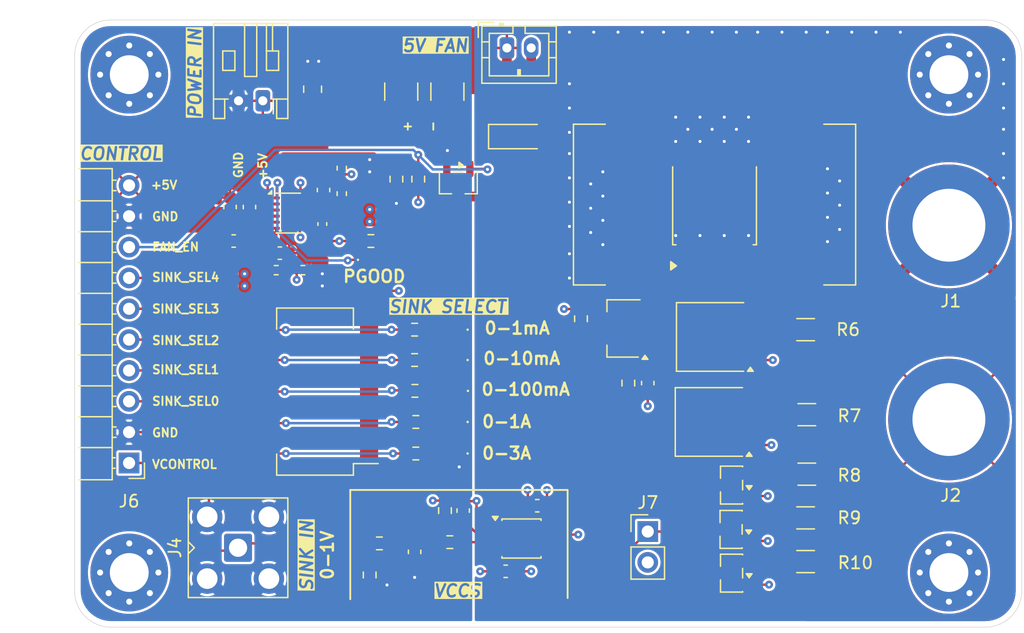
<source format=kicad_pcb>
(kicad_pcb (version 20241229) (generator "pcbnew") (generator_version "9.0")
  (layers (0 "F.Cu" signal) (4 "In1.Cu" signal) (6 "In2.Cu" signal) (2 "B.Cu" signal) (13 "F.Paste" user) (15 "B.Paste" user) (5 "F.SilkS" user "F.Silkscreen") (7 "B.SilkS" user "B.Silkscreen") (1 "F.Mask" user) (3 "B.Mask" user) (25 "Edge.Cuts" user))
  (net 0 "")
  (net 1 "Net-(C1-Pad1)")
  (net 2 "Net-(U1A--)")
  (net 3 "GND")
  (net 4 "Net-(C3-Pad2)")
  (net 5 "+2V5")
  (net 6 "-2V5")
  (net 7 "Net-(U3-C+)")
  (net 8 "Net-(U3-C-)")
  (net 9 "Net-(U3-CP)")
  (net 10 "/sink/SINK_IN")
  (net 11 "Net-(LD1-A)")
  (net 12 "Net-(LD2-A)")
  (net 13 "Net-(LD3-A)")
  (net 14 "Net-(LD4-A)")
  (net 15 "Net-(LD5-A)")
  (net 16 "Net-(Q1-B)")
  (net 17 "Net-(Q3-S-Pad2)")
  (net 18 "/SINK_SELECT0")
  (net 19 "Net-(Q4-S-Pad2)")
  (net 20 "/SINK_SELECT1")
  (net 21 "/SINK_SELECT2")
  (net 22 "Net-(Q5-S)")
  (net 23 "Net-(Q6-S)")
  (net 24 "/SINK_SELECT3")
  (net 25 "/SINK_SELECT4")
  (net 26 "Net-(Q7-S)")
  (net 27 "+5V")
  (net 28 "Net-(U1A-+)")
  (net 29 "/VCONTROL")
  (net 30 "/power/PGOOD")
  (net 31 "Net-(U3-FB-)")
  (net 32 "Net-(U3-FB+)")
  (net 33 "Net-(U1B--)")
  (net 34 "Net-(D1-A)")
  (net 39 "/FAN_EN")
  (net 40 "Net-(Q2-B)")
  (net 41 "Net-(Q2-C)")
  (net 42 "Net-(LD6-A)")
  (net 43 "/sink/ISENSE")
  (footprint "Capacitor_SMD:C_0603_1608Metric" (layer "F.Cu") (at 85.8 69.4 -90)
    (property "Reference" "C13" (hide yes))
    (property "Value" "2u2")
  )
  (footprint "Resistor_SMD:R_0603_1608Metric" (layer "F.Cu") (at 101.1 87.1)
    (property "Reference" "R12" (hide yes))
    (property "Value" "10K")
  )
  (footprint "Package_TO_SOT_SMD:SOT-23-3" (layer "F.Cu") (at 127.1 99.550001 180)
    (property "Reference" "Q7" (hide yes))
    (property "Value" "Si2318CDS")
  )
  (footprint "MountingHole:MountingHole_3.2mm_M3_Pad_Via" (layer "F.Cu") (at 145 58.5)
    (property "Reference" "H2" (hide yes))
    (property "Value" "M3")
  )
  (footprint "Package_TO_SOT_SMD:TO-252-2" (layer "F.Cu") (at 125.7 69.2 90)
    (property "Reference" "Q1" (hide yes))
    (property "Value" "2SCR583D3")
  )
  (footprint "Capacitor_SMD:C_0805_2012Metric" (layer "F.Cu") (at 92.6 59.7 90)
    (property "Reference" "C12" (hide yes))
    (property "Value" "10u")
  )
  (footprint "LED_SMD:LED_0402_1005Metric_Pad0.77x0.64mm_HandSolder" (layer "F.Cu") (at 104.1 79.500001 180)
    (property "Reference" "LD5" (hide yes))
    (property "Value" "APHHS1005LSECK/J3-PF")
  )
  (footprint "Capacitor_SMD:C_0603_1608Metric" (layer "F.Cu") (at 89.9 73.2 180)
    (property "Reference" "C7" (hide yes))
    (property "Value" "2u2")
  )
  (footprint "MountingHole:MountingHole_3.2mm_M3_Pad_Via" (layer "F.Cu") (at 77.5 58.5)
    (property "Reference" "H1" (hide yes))
    (property "Value" "M3")
  )
  (footprint "Resistor_SMD:R_1206_3216Metric" (layer "F.Cu") (at 133.2 95)
    (property "Reference" "R9")
    (property "Value" "100R")
  )
  (footprint "Resistor_SMD:R_0603_1608Metric" (layer "F.Cu") (at 101.3 67.1 90)
    (property "Reference" "R22" (hide yes))
    (property "Value" "10K")
  )
  (footprint "Capacitor_SMD:C_0603_1608Metric" (layer "F.Cu") (at 108.5 99.4)
    (property "Reference" "C5" (hide yes))
    (property "Value" "100n")
  )
  (footprint "LED_SMD:LED_0402_1005Metric_Pad0.77x0.64mm_HandSolder" (layer "F.Cu") (at 104.1 89.699999 180)
    (property "Reference" "LD1" (hide yes))
    (property "Value" "APHHS1005LSECK/J3-PF")
  )
  (footprint "LED_SMD:LED_0402_1005Metric_Pad0.77x0.64mm_HandSolder" (layer "F.Cu") (at 104.099999 82 180)
    (property "Reference" "LD4" (hide yes))
    (property "Value" "APHHS1005LSECK/J3-PF")
  )
  (footprint "MountingHole:MountingHole_3.2mm_M3_Pad_Via" (layer "F.Cu") (at 77.5 99.5)
    (property "Reference" "H3" (hide yes))
    (property "Value" "M3")
  )
  (footprint "vickys_footprints:A6S-5104-H" (layer "F.Cu") (at 92.8 84.6 180)
    (property "Reference" "SW1" (hide yes))
    (property "Value" "A6S-5104-H")
  )
  (footprint "Resistor_SMD:R_0603_1608Metric" (layer "F.Cu") (at 98.1 97.1)
    (property "Reference" "R5" (hide yes))
    (property "Value" "1K0")
  )
  (footprint "Resistor_SMD:R_0603_1608Metric" (layer "F.Cu") (at 101 79.5)
    (property "Reference" "R15" (hide yes))
    (property "Value" "10K")
  )
  (footprint "Resistor_SMD:R_0603_1608Metric" (layer "F.Cu") (at 99.5 67.1 -90)
    (property "Reference" "R23" (hide yes))
    (property "Value" "10K")
  )
  (footprint "Package_SON:WSON-12-1EP_3x2mm_P0.5mm_EP1x2.65" (layer "F.Cu") (at 90.6 69.9)
    (property "Reference" "U3" (hide yes))
    (property "Value" "LM27762")
  )
  (footprint "Package_SO:PowerPAK_SO-8L_Single" (layer "F.Cu") (at 125.8 87.1 180)
    (property "Reference" "Q4" (hide yes))
    (property "Value" "SIRA26DP")
  )
  (footprint "Resistor_SMD:R_0603_1608Metric" (layer "F.Cu") (at 114.7 78.6 90)
    (property "Reference" "R2" (hide yes))
    (property "Value" "10R")
  )
  (footprint "Connector_JST:JST_PH_B2B-PH-K_1x02_P2.00mm_Vertical" (layer "F.Cu") (at 108.599999 56.3)
    (property "Reference" "J3" (hide yes))
    (property "Value" "B2B-PH-K")
  )
  (footprint "Resistor_SMD:R_0402_1005Metric" (layer "F.Cu") (at 89.599999 74.6 180)
    (property "Reference" "R20" (hide yes))
    (property "Value" "91K")
  )
  (footprint "Resistor_SMD:R_0402_1005Metric" (layer "F.Cu") (at 94.999999 68.3 90)
    (property "Reference" "R17" (hide yes))
    (property "Value" "91K")
  )
  (footprint "Capacitor_SMD:C_0603_1608Metric" (layer "F.Cu") (at 93.5 68 90)
    (property "Reference" "C6" (hide yes))
    (property "Value" "2u2")
  )
  (footprint "vickys_footprints:575-4" (layer "F.Cu") (at 145 70.9)
    (property "Reference" "J1")
    (property "Value" "575-4")
  )
  (footprint "Resistor_SMD:R_0402_1005Metric" (layer "F.Cu") (at 91.799999 74.6 180)
    (property "Reference" "R19" (hide yes))
    (property "Value" "82K")
  )
  (footprint "LED_SMD:LED_0402_1005Metric_Pad0.77x0.64mm_HandSolder" (layer "F.Cu") (at 104.1 87.1 180)
    (property "Reference" "LD2" (hide yes))
    (property "Value" "APHHS1005LSECK/J3-PF")
  )
  (footprint "Capacitor_SMD:C_0402_1005Metric" (layer "F.Cu") (at 93.4 70.8 -90)
    (property "Reference" "C8" (hide yes))
    (property "Value" "1u")
  )
  (footprint "Package_SO:PowerPAK_SO-8L_Single" (layer "F.Cu") (at 125.9 80.1 180)
    (property "Reference" "Q3" (hide yes))
    (property "Value" "SIRA26DP")
  )
  (footprint "Resistor_SMD:R_0603_1608Metric" (layer "F.Cu") (at 97.3 99.7 90)
    (property "Reference" "R21" (hide yes))
    (property "Value" "10k")
  )
  (footprint "LED_SMD:LED_0402_1005Metric_Pad0.77x0.64mm_HandSolder" (layer "F.Cu") (at 104.125 84.54 180)
    (property "Reference" "LD3" (hide yes))
    (property "Value" "APHHS1005LSECK/J3-PF")
  )
  (footprint "Resistor_SMD:R_1206_3216Metric" (layer "F.Cu") (at 133.2 98.6)
    (property "Reference" "R10")
    (property "Value" "1K0")
  )
  (footprint "Resistor_SMD:R_1206_3216Metric" (layer "F.Cu") (at 133.2 79.499999)
    (property "Reference" "R6")
    (property "Value" "0R33")
  )
  (footprint "Capacitor_SMD:C_0603_1608Metric" (layer "F.Cu") (at 86.1 72.2)
    (property "Reference" "C9" (hide yes))
    (property "Value" "10u")
  )
  (footprint "Capacitor_SMD:C_0603_1608Metric" (layer "F.Cu") (at 87.4 69.4 -90)
    (property "Reference" "C14" (hide yes))
    (property "Value" "2u2")
  )
  (footprint "Connector_JST:JST_PH_S2B-PH-K_1x02_P2.00mm_Horizontal" (layer "F.Cu") (at 88.5 60.65 180)
    (property "Reference" "J5" (hide yes))
    (property "Value" "Conn_01x02_Socket")
  )
  (footprint "Connector_PinHeader_2.54mm:PinHeader_1x10_P2.54mm_Horizontal" (layer "F.Cu") (at 77.485 90.48 180)
    (property "Reference" "J6")
    (property "Value" "Conn_01x10_Pin")
  )
  (footprint "vickys_footprints:3-1478978-1" (layer "F.Cu") (at 86.46 97.46)
    (property "Reference" "J4")
    (property "Value" "3-1478978-1")
  )
  (footprint "Connector_PinHeader_2.54mm:PinHeader_1x02_P2.54mm_Vertical" (layer "F.Cu") (at 120.2 96.125)
    (property "Reference" "J7")
    (property "Value" "Conn_01x02_Pin")
  )
  (footprint "Resistor_SMD:R_0603_1608Metric" (layer "F.Cu") (at 103.5 94.4 90)
    (property "Reference" "R3" (hide yes))
    (property "Value" "1K0")
  )
  (footprint "Package_TO_SOT_SMD:SOT-23-3" (layer "F.Cu") (at 104.6 67.4 -90)
    (property "Reference" "Q8" (hide yes))
    (property "Value" "Si2318CDS")
  )
  (footprint "Resistor_SMD:R_1206_3216Metric" (layer "F.Cu") (at 133.3 86.5)
    (property "Reference" "R7")
    (property "Value" "1R0")
  )
  (footprint "Resistor_SMD:R_0402_1005Metric" (layer "F.Cu") (at 95 66.2 90)
    (property "Reference" "R18" (hide yes))
    (property "Value" "82K")
  )
  (footprint "Package_SO:VSSOP-8_3x3mm_P0.65mm" (layer "F.Cu") (at 109.8 96.7)
    (property "Reference" "U1" (hide yes))
    (property "Value" "TLV9002IDGK")
  )
  (footprint "MountingHole:MountingHole_3.2mm_M3_Pad_Via" (layer "F.Cu") (at 145 99.5)
    (property "Reference" "H4" (hide yes))
    (property "Value" "M3")
  )
  (footprint "Resistor_SMD:R_0603_1608Metric" (layer "F.Cu") (at 103.9 97)
    (property "Reference" "R4" (hide yes))
    (property "Value" "1K0")
  )
  (footprint "Diode_SMD:D_SOD-123" (layer "F.Cu") (at 109.45 63.6)
    (property "Reference" "D1" (hide yes))
    (property "Value" "MBR0530")
  )
  (footprint "Capacitor_SMD:C_0603_1608Metric" (layer "F.Cu") (at 101 97.8 90)
    (property "Reference" "C3" (hide yes))
    (property "Value" "2n2")
  )
  (footprint "Resistor_SMD:R_1206_3216Metric" (layer "F.Cu") (at 133.3 91.4)
    (property "Reference" "R8")
    (property "Value" "10R")
  )
  (footprint "Resistor_SMD:R_0603_1608Metric" (layer "F.Cu") (at 101 82)
    (property "Reference" "R14" (hide yes))
    (property "Value" "10K")
  )
  (footprint "LED_SMD:LED_0402_1005Metric_Pad0.77x0.64mm_HandSolder" (layer "F.Cu") (at 97.6 73.75)
    (property "Reference" "LD6" (hide yes))
    (property "Value" "APHHS1005LSECK/J3-PF")
  )
  (footprint "Capacitor_SMD:C_0603_1608Metric" (layer "F.Cu") (at 120.2 83.9 90)
    (property "Reference" "C1" (hide yes))
    (property "Value" "1n")
  )
  (footprint "Resistor_SMD:R_0603_1608Metric" (layer "F.Cu") (at 101.025 84.54)
    (property "Reference" "R13" (hide yes))
    (property "Value" "10K")
  )
  (footprint "Package_TO_SOT_SMD:SOT-89-3" (layer "F.Cu") (at 118.2 79.4 180)
    (property "Reference" "Q2" (hide yes))
    (property "Value" "2SCR512P5")
  )
  (footprint "Resistor_SMD:R_0603_1608Metric" (layer "F.Cu") (at 101.1 89.7)
    (property "Reference" "R11" (hide yes))
    (property "Value" "10K")
  )
  (footprint "Capacitor_SMD:C_1210_3225Metric_Pad1.33x2.70mm_HandSolder" (layer "F.Cu") (at 103.7 59.9 -90)
    (property "Reference" "C11" (hide yes))
    (property "Value" "22u")
  )
  (footprint "Resistor_SMD:R_0603_1608Metric" (layer "F.Cu") (at 97.4 72.2)
    (property "Reference" "R16" (hide yes))
    (property "Value" "10K")
  )
  (footprint "Package_TO_SOT_SMD:SOT-23-3" (layer "F.Cu") (at 127.0625 95.950001 180)
    (property "Reference" "Q6" (hide yes))
    (property "Value" "Si2318CDS")
  )
  (footprint "vickys_footprints:575-4" (layer "F.Cu") (at 145 86.9)
    (property "Reference" "J2")
    (property "Value" "575-4")
  )
  (footprint "Resistor_SMD:R_0603_1608Metric" (layer "F.Cu") (at 118.6 83.9 90)
    (property "Reference" "R1" (hide yes))
    (property "Value" "100R")
  )
  (footprint "Capacitor_SMD:C_1210_3225Metric_Pad1.33x2.70mm_HandSolder" (layer "F.Cu") (at 99.9 59.9 -90)
    (property "Reference" "C10" (hide yes))
    (property "Value" "22u")
  )
  (footprint "Capacitor_SMD:C_0603_1608Metric" (layer "F.Cu") (at 111.1 94)
    (property "Reference" "C4" (hide yes))
    (property "Value" "100n")
  )
  (footprint "Capacitor_SMD:C_0603_1608Metric" (layer "F.Cu") (at 105 94.4 90)
    (property "Reference" "C2" (hide yes))
    (property "Value" "2n2")
  )
  (footprint "vickys_footprints:FK 244 13 D2 PAK" (layer "F.Cu") (at 125.7 69.2)
    (property "Reference" "HS1" (hide yes))
    (property "Value" "FK 244 13 D2 PAK")
  )
  (footprint "Package_TO_SOT_SMD:SOT-23-3" (layer "F.Cu") (at 127.1 92.3 180)
    (property "Reference" "Q5" (hide yes))
    (property "Value" "Si2318CDS")
  )
  (gr_line (start 113.6 101.6) (end 113.6 92.7) (stroke (width 0.15)) (layer "F.SilkS"))
  (gr_line (start 95.7 101.7) (end 95.7 92.7) (stroke (width 0.15)) (layer "F.SilkS"))
  (gr_line (start 95.7 92.7) (end 113.6 92.7) (stroke (width 0.15)) (layer "F.SilkS"))
  (gr_line (start 73 101) (end 73 56.95) (stroke (width 0.05)) (layer "Edge.Cuts"))
  (gr_arc (start 76 104) (mid 73.87868 103.12132) (end 73 101) (stroke (width 0.05)) (layer "Edge.Cuts"))
  (gr_line (start 75.95 54) (end 148 54) (stroke (width 0.05)) (layer "Edge.Cuts"))
  (gr_line (start 151 57) (end 151 101) (stroke (width 0.05)) (layer "Edge.Cuts"))
  (gr_arc (start 151 101) (mid 150.12132 103.12132) (end 148 104) (stroke (width 0.05)) (layer "Edge.Cuts"))
  (gr_arc (start 73 56.95) (mid 73.864036 54.864035) (end 75.950001 54) (stroke (width 0.05)) (layer "Edge.Cuts"))
  (gr_line (start 148 104) (end 76 104) (stroke (width 0.05)) (layer "Edge.Cuts"))
  (gr_arc (start 148 54) (mid 150.12132 54.87868) (end 151 57) (stroke (width 0.05)) (layer "Edge.Cuts"))
  (gr_text "SINK_SEL3" (at 79.3 78.2 0) (layer "F.SilkS") (effects (font (size 0.7 0.7)) (justify left bottom)))
  (gr_text "CONTROL" (at 73.3 65.6 0) (layer "F.SilkS" knockout) (effects (font (size 1 1) (thickness 0.2) (bold yes) (italic yes)) (justify left bottom)))
  (gr_text "VCCS" (at 102.5 101.6 0) (layer "F.SilkS" knockout) (effects (font (size 1 1) (thickness 0.2) (bold yes) (italic yes)) (justify left bottom)))
  (gr_text "GND" (at 86.9 67.1 90) (layer "F.SilkS") (effects (font (size 0.7 0.7) (thickness 0.15) (bold yes)) (justify left bottom)))
  (gr_text "0-1A" (at 106.45 87.66 0) (layer "F.SilkS") (effects (font (size 1 1) (thickness 0.2) (bold yes)) (justify left bottom)))
  (gr_text "+5V" (at 88.9 67.2 90) (layer "F.SilkS") (effects (font (size 0.7 0.7) (thickness 0.15) (bold yes)) (justify left bottom)))
  (gr_text "5V FAN" (at 99.9 56.7 0) (layer "F.SilkS" knockout) (effects (font (size 1 1) (thickness 0.2) (bold yes) (italic yes)) (justify left bottom)))
  (gr_text "FAN_EN" (at 79.3 73.1 0) (layer "F.SilkS") (effects (font (size 0.7 0.7) (thickness 0.15) (bold yes)) (justify left bottom)))
  (gr_text "0-10mA" (at 106.549999 82.46 0) (layer "F.SilkS") (effects (font (size 1 1) (thickness 0.2) (bold yes)) (justify left bottom)))
  (gr_text "SINK_SEL0" (at 79.3 85.8 0) (layer "F.SilkS") (effects (font (size 0.7 0.7)) (justify left bottom)))
  (gr_text "POWER IN" (at 83.5 62.2 90) (layer "F.SilkS" knockout) (effects (font (size 1 1) (thickness 0.2) (bold yes) (italic yes)) (justify left bottom)))
  (gr_text "+" (at 100.8 63.3 90) (layer "F.SilkS") (effects (font (size 0.7 0.7) (thickness 0.15) (bold yes)) (justify left bottom)))
  (gr_text "SINK_SEL4" (at 79.3 75.6 0) (layer "F.SilkS") (effects (font (size 0.7 0.7)) (justify left bottom)))
  (gr_text "0-1V" (at 94.4 100.2 90) (layer "F.SilkS") (effects (font (size 1 1) (thickness 0.2) (bold yes)) (justify left bottom)))
  (gr_text "-" (at 102.9 63.3 90) (layer "F.SilkS") (effects (font (size 0.7 0.7) (thickness 0.15) (bold yes)) (justify left bottom)))
  (gr_text "GND" (at 79.3 88.4 0) (layer "F.SilkS") (effects (font (size 0.7 0.7) (thickness 0.15) (bold yes)) (justify left bottom)))
  (gr_text "GND" (at 79.3 70.6 0) (layer "F.SilkS") (effects (font (size 0.7 0.7) (thickness 0.15) (bold yes)) (justify left bottom)))
  (gr_text "SINK IN" (at 92.7 101.1 90) (layer "F.SilkS" knockout) (effects (font (size 1 1) (thickness 0.2) (bold yes) (italic yes)) (justify left bottom)))
  (gr_text "SINK_SEL2" (at 79.3 80.8 0) (layer "F.SilkS") (effects (font (size 0.7 0.7)) (justify left bottom)))
  (gr_text "0-1mA" (at 106.65 79.960001 0) (layer "F.SilkS") (effects (font (size 1 1) (thickness 0.2) (bold yes)) (justify left bottom)))
  (gr_text "PGOOD" (at 95 75.7 0) (layer "F.SilkS") (effects (font (size 1 1) (thickness 0.2) (bold yes)) (justify left bottom)))
  (gr_text "SINK SELECT" (at 98.8 78.2 0) (layer "F.SilkS" knockout) (effects (font (size 1 1) (thickness 0.2) (bold yes) (italic yes)) (justify left bottom)))
  (gr_text "VCONTROL" (at 79.3 91 0) (layer "F.SilkS") (effects (font (size 0.7 0.7) (thickness 0.15) (bold yes)) (justify left bottom)))
  (gr_text "0-3A" (at 106.45 90.26 0) (layer "F.SilkS") (effects (font (size 1 1) (thickness 0.2) (bold yes)) (justify left bottom)))
  (gr_text "SINK_SEL1" (at 79.3 83.2 0) (layer "F.SilkS") (effects (font (size 0.7 0.7)) (justify left bottom)))
  (gr_text "0-100mA" (at 106.4 85 0) (layer "F.SilkS") (effects (font (size 1 1) (thickness 0.2) (bold yes)) (justify left bottom)))
  (gr_text "+5V" (at 79.2 68 0) (layer "F.SilkS") (effects (font (size 0.7 0.7) (thickness 0.15) (bold yes)) (justify left bottom)))
  (segment (start 118.65 84.675) (end 118.6 84.725) (width 0.2) (layer "F.Cu") (net 1))
  (segment (start 106.1 93.6) (end 106.1 95.3) (width 0.2) (layer "F.Cu") (net 1))
  (segment (start 120.2 84.675) (end 118.65 84.675) (width 0.2) (layer "F.Cu") (net 1))
  (segment (start 106.525 95.725) (end 107.6875 95.725) (width 0.2) (layer "F.Cu") (net 1))
  (segment (start 120.2 84.675) (end 120.2 85.8) (width 0.2) (layer "F.Cu") (net 1))
  (segment (start 106.075 93.625) (end 105 93.625) (width 0.2) (layer "F.Cu") (net 1))
  (segment (start 106.1 93.6) (end 106.075 93.625) (width 0.2) (layer "F.Cu") (net 1))
  (segment (start 106.1 95.3) (end 106.525 95.725) (width 0.2) (layer "F.Cu") (net 1))
  (via (at 106.1 93.6) (size 0.65) (drill 0.25) (layers "F.Cu" "B.Cu") (net 1))
  (via (at 120.2 85.8) (size 0.65) (drill 0.25) (layers "F.Cu" "B.Cu") (net 1))
  (segment (start 105 95.175) (end 103.55 95.175) (width 0.2) (layer "F.Cu") (net 2))
  (segment (start 105 95.175) (end 106.2 96.375) (width 0.2) (layer "F.Cu") (net 2))
  (segment (start 106.2 96.375) (end 107.6875 96.375) (width 0.2) (layer "F.Cu") (net 2))
  (segment (start 103.55 95.175) (end 103.5 95.225) (width 0.2) (layer "F.Cu") (net 2))
  (segment (start 90.126 68.026) (end 90.126 68.526) (width 0.15) (layer "F.Cu") (net 3))
  (segment (start 92.6 58.750001) (end 93.1 58.250001) (width 0.3) (layer "F.Cu") (net 3))
  (segment (start 84.06 91.86) (end 84.06 95.16) (width 0.2) (layer "F.Cu") (net 3))
  (segment (start 90.6 69) (end 90.6 69.8) (width 0.15) (layer "F.Cu") (net 3))
  (segment (start 91.074 71.074) (end 90.6 70.6) (width 0.15) (layer "F.Cu") (net 3))
  (segment (start 91.074 71.574) (end 91.074 71.074) (width 0.15) (layer "F.Cu") (net 3))
  (segment (start 103.7 64.750001) (end 103.650001 64.8) (width 0.5) (layer "F.Cu") (net 3))
  (segment (start 98.725 100.525) (end 98.8 100.6) (width 0.2) (layer "F.Cu") (net 3))
  (segment (start 97.3 100.525) (end 98.725 100.525) (width 0.2) (layer "F.Cu") (net 3))
  (segment (start 80.14 87.94) (end 84.06 91.86) (width 0.2) (layer "F.Cu") (net 3))
  (segment (start 90.6 70.6) (end 90.15 71.05) (width 0.15) (layer "F.Cu") (net 3))
  (segment (start 85.825 70.15) (end 85.8 70.175) (width 0.25) (layer "F.Cu") (net 3))
  (segment (start 110.325 94) (end 110.325 92.725) (width 0.2) (layer "F.Cu") (net 3))
  (segment (start 90.15 71.05) (end 90.15 71.65) (width 0.15) (layer "F.Cu") (net 3))
  (segment (start 89.65 70.15) (end 85.825 70.15) (width 0.25) (layer "F.Cu") (net 3))
  (segment (start 90.6 69.700001) (end 90.6 70.6) (width 0.15) (layer "F.Cu") (net 3))
  (segment (start 90.6 70.6) (end 90.6 69.8) (width 0.15) (layer "F.Cu") (net 3))
  (segment (start 91.05 68.55) (end 91.05 67.95) (width 0.15) (layer "F.Cu") (net 3))
  (segment (start 103.7 64.750001) (end 103.7 61.4625) (width 0.8) (layer "F.Cu") (net 3))
  (segment (start 104.672501 79.500001) (end 104.672501 90.8) (width 0.2) (layer "F.Cu") (net 3))
  (segment (start 103.650001 66.2625) (end 103.612501 66.3) (width 0.5) (layer "F.Cu") (net 3))
  (segment (start 92.2 58.350001) (end 92.6 58.750001) (width 0.3) (layer "F.Cu") (net 3))
  (segment (start 110.325 92.725) (end 110.3 92.7) (width 0.2) (layer "F.Cu") (net 3))
  (segment (start 104.672501 90.8) (end 104.672501 90.872501) (width 0.2) (layer "F.Cu") (net 3))
  (segment (start 101 98.475) (end 101 99.9) (width 0.2) (layer "F.Cu") (net 3))
  (segment (start 103.650001 64.8) (end 103.650001 66.2625) (width 0.5) (layer "F.Cu") (net 3))
  (segment (start 99.9 61.4625) (end 103.7 61.4625) (width 0.8) (layer "F.Cu") (net 3))
  (segment (start 90.6 69) (end 91.05 68.55) (width 0.15) (layer "F.Cu") (net 3))
  (segment (start 90.126 68.526) (end 90.6 69) (width 0.15) (layer "F.Cu") (net 3))
  (segment (start 90.6 69.9) (end 90.6 69) (width 0.15) (layer "F.Cu") (net 3))
  (segment (start 77.485 87.94) (end 80.14 87.94) (width 0.2) (layer "F.Cu") (net 3))
  (segment (start 99.5 67.925) (end 99.5 69.1) (width 0.2) (layer "F.Cu") (net 3))
  (segment (start 92.2 57.4) (end 92.2 58.350001) (width 0.3) (layer "F.Cu") (net 3))
  (segment (start 109.275 99.4) (end 110.6 99.4) (width 0.2) (layer "F.Cu") (net 3))
  (segment (start 93.1 58.250001) (end 93.1 57.4) (width 0.3) (layer "F.Cu") (net 3))
  (via (at 93.1 57.4) (size 0.65) (drill 0.25) (layers "F.Cu" "B.Cu") (net 3))
  (via (at 93.4 75.9) (size 0.65) (drill 0.25) (layers "F.Cu" "B.Cu") (net 3))
  (via (at 92.2 57.4) (size 0.65) (drill 0.25) (layers "F.Cu" "B.Cu") (net 3))
  (via (at 99.5 69.1) (size 0.65) (drill 0.25) (layers "F.Cu" "B.Cu") (net 3))
  (via (at 104.672501 90.8) (size 0.65) (drill 0.25) (layers "F.Cu" "B.Cu") (net 3))
  (via (at 103.7 64.750001) (size 0.65) (drill 0.25) (layers "F.Cu" "B.Cu") (net 3))
  (via (at 110.6 99.4) (size 0.65) (drill 0.25) (layers "F.Cu" "B.Cu") (net 3))
  (via (at 97.3 65.5) (size 0.65) (drill 0.25) (layers "F.Cu" "B.Cu") (net 3))
  (via (at 98.725 100.525) (size 0.65) (drill 0.25) (layers "F.Cu" "B.Cu") (net 3))
  (via (at 101 99.9) (size 0.65) (drill 0.25) (layers "F.Cu" "B.Cu") (net 3))
  (via (at 110.3 92.7) (size 0.65) (drill 0.25) (layers "F.Cu" "B.Cu") (net 3))
  (via (at 93.4 74.9) (size 0.65) (drill 0.25) (layers "F.Cu" "B.Cu") (net 3))
  (via (at 97.3 66.5) (size 0.65) (drill 0.25) (layers "F.Cu" "B.Cu") (net 3))
  (segment (start 101.2 97) (end 103.075 97) (width 0.2) (layer "F.Cu") (net 4))
  (segment (start 101.175 97.025) (end 101.2 97) (width 0.2) (layer "F.Cu") (net 4))
  (segment (start 101 97.025) (end 101.175 97.025) (width 0.2) (layer "F.Cu") (net 4))
  (segment (start 98.925 97.1) (end 100.925 97.1) (width 0.2) (layer "F.Cu") (net 4))
  (segment (start 100.925 97.1) (end 101 97.025) (width 0.2) (layer "F.Cu") (net 4))
  (segment (start 111.9 94.024999) (end 111.9 92.7) (width 0.2) (layer "F.Cu") (net 5))
  (segment (start 111.875 94) (end 111.875 95.6875) (width 0.2) (layer "F.Cu") (net 5))
  (segment (start 92.275 68.775) (end 93.5 68.775) (width 0.2) (layer "F.Cu") (net 5))
  (segment (start 91.9 69.15) (end 92.275 68.775) (width 0.2) (layer "F.Cu") (net 5))
  (segment (start 91.55 69.15) (end 91.9 69.15) (width 0.2) (layer "F.Cu") (net 5))
  (segment (start 111.875 95.6875) (end 111.9125 95.725) (width 0.2) (layer "F.Cu") (net 5))
  (via (at 97.3 69.6) (size 0.65) (drill 0.25) (layers "F.Cu" "B.Cu") (net 5))
  (via (at 97.3 70.6) (size 0.65) (drill 0.25) (layers "F.Cu" "B.Cu") (net 5))
  (via (at 111.9 92.7) (size 0.65) (drill 0.25) (layers "F.Cu" "B.Cu") (net 5))
  (segment (start 89.15 71.15) (end 89.1 71.2) (width 0.2) (layer "F.Cu") (net 6))
  (segment (start 89.6 71.2) (end 89.6 71.9) (width 0.2) (layer "F.Cu") (net 6))
  (segment (start 107.725 99.4) (end 107.725 97.7125) (width 0.2) (layer "F.Cu") (net 6))
  (segment (start 107.725 97.7125) (end 107.6875 97.675) (width 0.2) (layer "F.Cu") (net 6))
  (segment (start 107.724999 99.4) (end 106.4 99.4) (width 0.2) (layer "F.Cu") (net 6))
  (segment (start 89.65 71.15) (end 89.15 71.15) (width 0.2) (layer "F.Cu") (net 6))
  (segment (start 89.65 71.15) (end 89.6 71.2) (width 0.2) (layer "F.Cu") (net 6))
  (via (at 106.4 99.4) (size 0.65) (drill 0.25) (layers "F.Cu" "B.Cu") (net 6))
  (via (at 87 75.9) (size 0.65) (drill 0.25) (layers "F.Cu" "B.Cu") (net 6))
  (via (at 87 74.9) (size 0.65) (drill 0.25) (layers "F.Cu" "B.Cu") (net 6))
  (segment (start 92.72 70.32) (end 93.4 70.32) (width 0.2) (layer "F.Cu") (net 7))
  (segment (start 91.55 69.65) (end 92.05 69.65) (width 0.2) (layer "F.Cu") (net 7))
  (segment (start 92.05 69.65) (end 92.72 70.32) (width 0.2) (layer "F.Cu") (net 7))
  (segment (start 91.9171 70.15) (end 91.55 70.15) (width 0.2) (layer "F.Cu") (net 8))
  (segment (start 92.88355 71.11645) (end 93.23645 71.11645) (width 0.2) (layer "F.Cu") (net 8))
  (segment (start 93.23645 71.11645) (end 93.4 71.28) (width 0.2) (layer "F.Cu") (net 8))
  (segment (start 92.88355 71.11645) (end 91.9171 70.15) (width 0.2) (layer "F.Cu") (net 8))
  (segment (start 89.65 70.65) (end 89.05 70.65) (width 0.2) (layer "F.Cu") (net 9))
  (segment (start 89.05 70.65) (end 87.5 72.2) (width 0.2) (layer "F.Cu") (net 9))
  (segment (start 87.5 72.2) (end 86.875 72.2) (width 0.2) (layer "F.Cu") (net 9))
  (via (at 149.5 67) (size 0.65) (drill 0.25) (layers "F.Cu" "B.Cu") (net 10))
  (via (at 129.25 55) (size 0.65) (drill 0.25) (layers "F.Cu" "B.Cu") (net 10))
  (via (at 135 72.25) (size 0.65) (drill 0.25) (layers "F.Cu" "B.Cu") (net 10))
  (via (at 123.5 55) (size 0.65) (drill 0.25) (layers "F.Cu" "B.Cu") (net 10))
  (via (at 128.5 71.75) (size 0.65) (drill 0.25) (layers "F.Cu" "B.Cu") (net 10))
  (via (at 135 70.25) (size 0.65) (drill 0.25) (layers "F.Cu" "B.Cu") (net 10))
  (via (at 124.5 62) (size 0.65) (drill 0.25) (layers "F.Cu" "B.Cu") (net 10))
  (via (at 122.5 71.75) (size 0.65) (drill 0.25) (layers "F.Cu" "B.Cu") (net 10))
  (via (at 135 66.25) (size 0.65) (drill 0.25) (layers "F.Cu" "B.Cu") (net 10))
  (via (at 123.5 63) (size 0.65) (drill 0.25) (layers "F.Cu" "B.Cu") (net 10))
  (via (at 128.5 64) (size 0.65) (drill 0.25) (layers "F.Cu" "B.Cu") (net 10))
  (via (at 135 55) (size 0.65) (drill 0.25) (layers "F.Cu" "B.Cu") (net 10))
  (via (at 127.5 55) (size 0.65) (drill 0.25) (layers "F.Cu" "B.Cu") (net 10))
  (via (at 122.5 64) (size 0.65) (drill 0.25) (layers "F.Cu" "B.Cu") (net 10))
  (via (at 126.5 62) (size 0.65) (drill 0.25) (layers "F.Cu" "B.Cu") (net 10))
  (via (at 116.5 72.5) (size 0.65) (drill 0.25) (layers "F.Cu" "B.Cu") (net 10))
  (via (at 136 71.25) (size 0.65) (drill 0.25) (layers "F.Cu" "B.Cu") (net 10))
  (via (at 136 67.25) (size 0.65) (drill 0.25) (layers "F.Cu" "B.Cu") (net 10))
  (via (at 113.75 61.250001) (size 0.65) (drill 0.25) (layers "F.Cu" "B.Cu") (net 10))
  (via (at 124.5 71.75) (size 0.65) (drill 0.25) (layers "F.Cu" "B.Cu") (net 10))
  (via (at 133.25 55) (size 0.65) (drill 0.25) (layers "F.Cu" "B.Cu") (net 10))
  (via (at 149.5 57.25) (size 0.65) (drill 0.25) (layers "F.Cu" "B.Cu") (net 10))
  (via (at 115.5 69.5) (size 0.65) (drill 0.25) (layers "F.Cu" "B.Cu") (net 10))
  (via (at 125.5 63) (size 0.65) (drill 0.25) (layers "F.Cu" "B.Cu") (net 10))
  (via (at 113.75 65) (size 0.65) (drill 0.25) (layers "F.Cu" "B.Cu") (net 10))
  (via (at 117.75 55) (size 0.65) (drill 0.25) (layers "F.Cu" "B.Cu") (net 10))
  (via (at 121.5 55) (size 0.65) (drill 0.25) (layers "F.Cu" "B.Cu") (net 10))
  (via (at 139 55) (size 0.65) (drill 0.25) (layers "F.Cu" "B.Cu") (net 10))
  (via (at 141 55) (size 0.65) (drill 0.25) (layers "F.Cu" "B.Cu") (net 10))
  (via (at 115.5 67.5) (size 0.65) (drill 0.25) (layers "F.Cu" "B.Cu") (net 10))
  (via (at 126.5 64) (size 0.65) (drill 0.25) (layers "F.Cu" "B.Cu") (net 10))
  (via (at 113.75 59.25) (size 0.65) (drill 0.25) (layers "F.Cu" "B.Cu") (net 10))
  (via (at 124.5 64) (size 0.65) (drill 0.25) (layers "F.Cu" "B.Cu") (net 10))
  (via (at 149.5 61.25) (size 0.65) (drill 0.25) (layers "F.Cu" "B.Cu") (net 10))
  (via (at 116.5 66.5) (size 0.65) (drill 0.25) (layers "F.Cu" "B.Cu") (net 10))
  (via (at 115.75 55) (size 0.65) (drill 0.25) (layers "F.Cu" "B.Cu") (net 10))
  (via (at 113.75 75.25) (size 0.65) (drill 0.25) (layers "F.Cu" "B.Cu") (net 10))
  (via (at 149.5 63) (size 0.65) (drill 0.25) (layers "F.Cu" "B.Cu") (net 10))
  (via (at 113.75 71) (size 0.65) (drill 0.25) (layers "F.Cu" "B.Cu") (net 10))
  (via (at 149.5 64.999999) (size 0.65) (drill 0.25) (layers "F.Cu" "B.Cu") (net 10))
  (via (at 113.75 73.250001) (size 0.65) (drill 0.25) (layers "F.Cu" "B.Cu") (net 10))
  (via (at 119.75 55) (size 0.65) (drill 0.25) (layers "F.Cu" "B.Cu") (net 10))
  (via (at 136 69.25) (size 0.65) (drill 0.25) (layers "F.Cu" "B.Cu") (net 10))
  (via (at 113.75 69) (size 0.65) (drill 0.25) (layers "F.Cu" "B.Cu") (net 10))
  (via (at 113.75 63.25) (size 0.65) (drill 0.25) (layers "F.Cu" "B.Cu") (net 10))
  (via (at 135 68.250001) (size 0.65) (drill 0.25) (layers "F.Cu" "B.Cu") (net 10))
  (via (at 115.5 71.5) (size 0.65) (drill 0.25) (layers "F.Cu" "B.Cu") (net 10))
  (via (at 131.25 55) (size 0.65) (drill 0.25) (layers "F.Cu" "B.Cu") (net 10))
  (via (at 122.5 62) (size 0.65) (drill 0.25) (layers "F.Cu" "B.Cu") (net 10))
  (via (at 128.5 62) (size 0.65) (drill 0.25) (layers "F.Cu" "B.Cu") (net 10))
  (via (at 116.5 68.5) (size 0.65) (drill 0.25) (layers "F.Cu" "B.Cu") (net 10))
  (via (at 126.5 71.75) (size 0.65) (drill 0.25) (layers "F.Cu" "B.Cu") (net 10))
  (via (at 127.5 63) (size 0.65) (drill 0.25) (layers "F.Cu" "B.Cu") (net 10))
  (via (at 113.75 55) (size 0.65) (drill 0.25) (layers "F.Cu" "B.Cu") (net 10))
  (via (at 125.5 55) (size 0.65) (drill 0.25) (layers "F.Cu" "B.Cu") (net 10))
  (via (at 137 55) (size 0.65) (drill 0.25) (layers "F.Cu" "B.Cu") (net 10))
  (via (at 113.75 67.000001) (size 0.65) (drill 0.25) (layers "F.Cu" "B.Cu") (net 10))
  (via (at 116.5 70.499999) (size 0.65) (drill 0.25) (layers "F.Cu" "B.Cu") (net 10))
  (via (at 149.5 59.249999) (size 0.65) (drill 0.25) (layers "F.Cu" "B.Cu") (net 10))
  (segment (start 101.925 89.7) (end 103.527499 89.699999) (width 0.2) (layer "F.Cu") (net 11))
  (segment (start 101.925 87.1) (end 103.527499 87.1) (width 0.2) (layer "F.Cu") (net 12))
  (segment (start 101.85 84.54) (end 103.552499 84.54) (width 0.2) (layer "F.Cu") (net 13))
  (segment (start 101.825 82) (end 103.527498 82) (width 0.2) (layer "F.Cu") (net 14))
  (segment (start 101.825 79.5) (end 103.527499 79.500001) (width 0.2) (layer "F.Cu") (net 15))
  (segment (start 122.56 74.24) (end 122 74.8) (width 0.5) (layer "F.Cu") (net 16))
  (segment (start 121.3 77.9) (end 120.15 77.9) (width 0.5) (layer "F.Cu") (net 16))
  (segment (start 122 77.2) (end 121.3 77.9) (width 0.5) (layer "F.Cu") (net 16))
  (segment (start 122 74.8) (end 122 77.2) (width 0.5) (layer "F.Cu") (net 16))
  (segment (start 123.42 74.24) (end 122.56 74.24) (width 0.5) (layer "F.Cu") (net 16))
  (segment (start 85.18 89.68) (end 88.35 89.68) (width 0.2) (layer "F.Cu") (net 18))
  (segment (start 80.900001 85.400001) (end 85.18 89.68) (width 0.2) (layer "F.Cu") (net 18))
  (segment (start 77.485 85.400001) (end 80.900001 85.400001) (width 0.2) (layer "F.Cu") (net 18))
  (segment (start 128.614999 82.005) (end 130.5 82.005) (width 0.2) (layer "F.Cu") (net 18))
  (segment (start 88.37 89.7) (end 90.4 89.7) (width 0.2) (layer "F.Cu") (net 18))
  (segment (start 100.3 89.7) (end 99.225 89.7) (width 0.2) (layer "F.Cu") (net 18))
  (via (at 90.4 89.7) (size 0.65) (drill 0.25) (layers "F.Cu" "B.Cu") (net 18))
  (via (at 99.225 89.7) (size 0.65) (drill 0.25) (layers "F.Cu" "B.Cu") (net 18))
  (via (at 130.5 82.005) (size 0.65) (drill 0.25) (layers "F.Cu" "B.Cu") (net 18))
  (segment (start 90.4 89.7) (end 99.225 89.7) (width 0.2) (layer "B.Cu") (net 18))
  (segment (start 81.06 82.86) (end 85.34 87.14) (width 0.2) (layer "F.Cu") (net 20))
  (segment (start 77.485 82.86) (end 81.06 82.86) (width 0.2) (layer "F.Cu") (net 20))
  (segment (start 128.5 89) (end 130.385001 89) (width 0.2) (layer "F.Cu") (net 20))
  (segment (start 100.2 87.1) (end 100.3 87.2) (width 0.2) (layer "F.Cu") (net 20))
  (segment (start 85.34 87.14) (end 88.35 87.14) (width 0.2) (layer "F.Cu") (net 20))
  (segment (start 99.1 87.1) (end 100.2 87.1) (width 0.2) (layer "F.Cu") (net 20))
  (segment (start 88.37 87.2) (end 90.4 87.2) (width 0.2) (layer "F.Cu") (net 20))
  (via (at 90.4 87.2) (size 0.65) (drill 0.25) (layers "F.Cu" "B.Cu") (net 20))
  (via (at 130.385001 89) (size 0.65) (drill 0.25) (layers "F.Cu" "B.Cu") (net 20))
  (via (at 99.1 87.1) (size 0.65) (drill 0.25) (layers "F.Cu" "B.Cu") (net 20))
  (segment (start 99 87.2) (end 99.1 87.1) (width 0.2) (layer "B.Cu") (net 20))
  (segment (start 90.4 87.2) (end 99 87.2) (width 0.2) (layer "B.Cu") (net 20))
  (segment (start 88.27 84.6) (end 90.3 84.6) (width 0.2) (layer "F.Cu") (net 21))
  (segment (start 81.32 80.32) (end 85.6 84.6) (width 0.2) (layer "F.Cu") (net 21))
  (segment (start 100.2 84.5) (end 99.125 84.5) (width 0.2) (layer "F.Cu") (net 21))
  (segment (start 85.6 84.6) (end 88.35 84.6) (width 0.2) (layer "F.Cu") (net 21))
  (segment (start 77.485 80.32) (end 81.32 80.32) (width 0.2) (layer "F.Cu") (net 21))
  (segment (start 128.2 93.2) (end 130.085001 93.2) (width 0.2) (layer "F.Cu") (net 21))
  (via (at 130.085001 93.2) (size 0.65) (drill 0.25) (layers "F.Cu" "B.Cu") (net 21))
  (via (at 90.3 84.6) (size 0.65) (drill 0.25) (layers "F.Cu" "B.Cu") (net 21))
  (via (at 99.125 84.5) (size 0.65) (drill 0.25) (layers "F.Cu" "B.Cu") (net 21))
  (segment (start 99.025 84.6) (end 99.125 84.5) (width 0.2) (layer "B.Cu") (net 21))
  (segment (start 90.3 84.6) (end 99.025 84.6) (width 0.2) (layer "B.Cu") (net 21))
  (segment (start 131.787501 91.350001) (end 131.8375 91.4) (width 0.5) (layer "F.Cu") (net 22))
  (segment (start 128.2375 91.350001) (end 131.787501 91.350001) (width 0.5) (layer "F.Cu") (net 22))
  (segment (start 131.737498 95.000002) (end 131.7375 95) (width 0.5) (layer "F.Cu") (net 23))
  (segment (start 128.2 95.000002) (end 131.737498 95.000002) (width 0.5) (layer "F.Cu") (net 23))
  (segment (start 81.48 77.78) (end 85.76 82.06) (width 0.2) (layer "F.Cu") (net 24))
  (segment (start 77.485 77.78) (end 81.48 77.78) (width 0.2) (layer "F.Cu") (net 24))
  (segment (start 88.27 82) (end 90.3 82) (width 0.2) (layer "F.Cu") (net 24))
  (segment (start 100.2 82) (end 99.125 82) (width 0.2) (layer "F.Cu") (net 24))
  (segment (start 128.2 96.9) (end 130.085001 96.9) (width 0.2) (layer "F.Cu") (net 24))
  (segment (start 85.76 82.06) (end 88.35 82.06) (width 0.2) (layer "F.Cu") (net 24))
  (via (at 90.3 82) (size 0.65) (drill 0.25) (layers "F.Cu" "B.Cu") (net 24))
  (via (at 99.125 82) (size 0.65) (drill 0.25) (layers "F.Cu" "B.Cu") (net 24))
  (via (at 130.085001 96.9) (size 0.65) (drill 0.25) (layers "F.Cu" "B.Cu") (net 24))
  (segment (start 90.3 82) (end 99.125 82) (width 0.2) (layer "B.Cu") (net 24))
  (segment (start 100.175 79.5) (end 99.1 79.5) (width 0.2) (layer "F.Cu") (net 25))
  (segment (start 77.485 75.24) (end 81.84 75.24) (width 0.2) (layer "F.Cu") (net 25))
  (segment (start 128.3 100.5) (end 130.185001 100.5) (width 0.2) (layer "F.Cu") (net 25))
  (segment (start 86.12 79.52) (end 88.35 79.52) (width 0.2) (layer "F.Cu") (net 25))
  (segment (start 88.35 79.52) (end 90.38 79.52) (width 0.2) (layer "F.Cu") (net 25))
  (segment (start 81.84 75.24) (end 86.12 79.52) (width 0.2) (layer "F.Cu") (net 25))
  (via (at 90.38 79.52) (size 0.65) (drill 0.25) (layers "F.Cu" "B.Cu") (net 25))
  (via (at 130.185001 100.5) (size 0.65) (drill 0.25) (layers "F.Cu" "B.Cu") (net 25))
  (via (at 99.1 79.5) (size 0.65) (drill 0.25) (layers "F.Cu" "B.Cu") (net 25))
  (segment (start 90.4 79.5) (end 90.38 79.52) (width 0.2) (layer "B.Cu") (net 25))
  (segment (start 99.1 79.5) (end 90.4 79.5) (width 0.2) (layer "B.Cu") (net 25))
  (segment (start 128.2375 98.600002) (end 131.737498 98.600002) (width 0.5) (layer "F.Cu") (net 26))
  (segment (start 131.737498 98.600002) (end 131.7375 98.6) (width 0.5) (layer "F.Cu") (net 26))
  (segment (start 108.599999 56.3) (end 108.600001 56.300002) (width 0.8) (layer "F.Cu") (net 27))
  (segment (start 101.3 67.925) (end 101.3 69) (width 0.2) (layer "F.Cu") (net 27))
  (segment (start 92.3 71.1) (end 92.3 71.5) (width 0.2) (layer "F.Cu") (net 27))
  (segment (start 97.8 76.3) (end 97.25 76.85) (width 0.2) (layer "F.Cu") (net 27))
  (segment (start 113.95 77.8) (end 113.975 77.775) (width 0.2) (layer "F.Cu") (net 27))
  (segment (start 94.8 72.2) (end 96.575 72.2) (width 0.2) (layer "F.Cu") (net 27))
  (segment (start 99.7 76.3) (end 97.8 76.3) (width 0.2) (layer "F.Cu") (net 27))
  (segment (start 93 72.2) (end 94.8 72.2) (width 0.2) (layer "F.Cu") (net 27))
  (segment (start 113.3 77.8) (end 113.95 77.8) (width 0.2) (layer "F.Cu") (net 27))
  (segment (start 91.55 70.65) (end 91.85 70.65) (width 0.2) (layer "F.Cu") (net 27))
  (segment (start 91.85 70.65) (end 92.3 71.1) (width 0.2) (layer "F.Cu") (net 27))
  (segment (start 108.600001 56.300002) (end 108.600001 62.799999) (width 0.8) (layer "F.Cu") (net 27))
  (segment (start 97.25 76.85) (end 97.25 89.68) (width 0.2) (layer "F.Cu") (net 27))
  (segment (start 91.6 67.4) (end 91.6 68.6) (width 0.2) (layer "F.Cu") (net 27))
  (segment (start 89.65 69.65) (end 88.925 69.65) (width 0.25) (layer "F.Cu") (net 27))
  (segment (start 113.975 77.775) (end 114.7 77.775) (width 0.2) (layer "F.Cu") (net 27))
  (segment (start 108.600001 62.799999) (end 107.8 63.6) (width 0.8) (layer "F.Cu") (net 27))
  (segment (start 91.6 68.6) (end 91.55 68.65) (width 0.2) (layer "F.Cu") (net 27))
  (segment (start 92.3 71.5) (end 93 72.2) (width 0.2) (layer "F.Cu") (net 27))
  (via (at 94.8 72.2) (size 0.65) (drill 0.25) (layers "F.Cu" "B.Cu") (net 27))
  (via (at 99.7 76.3) (size 0.65) (drill 0.25) (layers "F.Cu" "B.Cu") (net 27))
  (via (at 113.3 77.8) (size 0.65) (drill 0.25) (layers "F.Cu" "B.Cu") (net 27))
  (via (at 91.6 67.4) (size 0.65) (drill 0.25) (layers "F.Cu" "B.Cu") (net 27))
  (via (at 101.3 69) (size 0.65) (drill 0.25) (layers "F.Cu" "B.Cu") (net 27))
  (segment (start 104.725 97) (end 107.6625 97) (width 0.2) (layer "F.Cu") (net 28))
  (segment (start 107.6625 97) (end 107.6875 97.025) (width 0.2) (layer "F.Cu") (net 28))
  (segment (start 97.275 97.1) (end 97.275 98.85) (width 0.2) (layer "F.Cu") (net 29))
  (segment (start 86.6 97.7) (end 86.7 97.7) (width 0.2) (layer "F.Cu") (net 29))
  (segment (start 86.6 97.7) (end 83.1 97.7) (width 0.2) (layer "F.Cu") (net 29))
  (segment (start 79.38 90.48) (end 77.485 90.48) (width 0.2) (layer "F.Cu") (net 29))
  (segment (start 86.7 97.7) (end 87.3 97.1) (width 0.2) (layer "F.Cu") (net 29))
  (segment (start 97.275 98.85) (end 97.3 98.875) (width 0.2) (layer "F.Cu") (net 29))
  (segment (start 87.3 97.1) (end 97.275 97.1) (width 0.2) (layer "F.Cu") (net 29))
  (segment (start 83.1 97.7) (end 81.4 96) (width 0.2) (layer "F.Cu") (net 29))
  (segment (start 81.4 92.5) (end 79.38 90.48) (width 0.2) (layer "F.Cu") (net 29))
  (segment (start 81.4 96) (end 81.4 92.5) (width 0.2) (layer "F.Cu") (net 29))
  (segment (start 89.7 67.4) (end 89.65 67.45) (width 0.2) (layer "F.Cu") (net 30))
  (segment (start 97.0275 73.75) (end 95.55 73.75) (width 0.2) (layer "F.Cu") (net 30))
  (segment (start 95.55 73.75) (end 95.5 73.8) (width 0.2) (layer "F.Cu") (net 30))
  (segment (start 89.65 67.45) (end 89.65 68.65) (width 0.2) (layer "F.Cu") (net 30))
  (via (at 89.7 67.4) (size 0.65) (drill 0.25) (layers "F.Cu" "B.Cu") (net 30))
  (via (at 95.5 73.8) (size 0.65) (drill 0.25) (layers "F.Cu" "B.Cu") (net 30))
  (segment (start 89.7 71.4) (end 92.1 73.8) (width 0.2) (layer "B.Cu") (net 30))
  (segment (start 92.1 73.8) (end 95.5 73.8) (width 0.2) (layer "B.Cu") (net 30))
  (segment (start 89.7 67.4) (end 89.7 71.4) (width 0.2) (layer "B.Cu") (net 30))
  (segment (start 91.55 71.85) (end 91.55 71.15) (width 0.2) (layer "F.Cu") (net 31))
  (segment (start 91.6 71.9) (end 91.55 71.85) (width 0.2) (layer "F.Cu") (net 31))
  (segment (start 91.29 74.6) (end 91.29 75.39) (width 0.2) (layer "F.Cu") (net 31))
  (segment (start 90.109998 74.6) (end 91.29 74.6) (width 0.2) (layer "F.Cu") (net 31))
  (via (at 91.6 71.9) (size 0.65) (drill 0.25) (layers "F.Cu" "B.Cu") (net 31))
  (via (at 91.29 75.39) (size 0.65) (drill 0.25) (layers "F.Cu" "B.Cu") (net 31))
  (segment (start 88.9 68.9) (end 89.15 69.15) (width 0.2) (layer "F.Cu") (net 32))
  (segment (start 94.999999 67.790001) (end 95 66.709999) (width 0.2) (layer "F.Cu") (net 32))
  (segment (start 95 66.709999) (end 95.790001 66.709999) (width 0.2) (layer "F.Cu") (net 32))
  (segment (start 88.849997 67.4) (end 88.9 67.450003) (width 0.2) (layer "F.Cu") (net 32))
  (segment (start 95.790001 66.709999) (end 95.8 66.7) (width 0.2) (layer "F.Cu") (net 32))
  (segment (start 88.9 67.450003) (end 88.9 68.9) (width 0.2) (layer "F.Cu") (net 32))
  (segment (start 89.15 69.15) (end 89.65 69.15) (width 0.2) (layer "F.Cu") (net 32))
  (via (at 88.849997 67.4) (size 0.65) (drill 0.25) (layers "F.Cu" "B.Cu") (net 32))
  (via (at 95.8 66.7) (size 0.65) (drill 0.25) (layers "F.Cu" "B.Cu") (net 32))
  (segment (start 111.9125 96.375) (end 114.475 96.375) (width 0.2) (layer "F.Cu") (net 33))
  (segment (start 113.275 97.025) (end 111.9125 97.025) (width 0.2) (layer "F.Cu") (net 33))
  (segment (start 113.4 96.9) (end 113.275 97.025) (width 0.2) (layer "F.Cu") (net 33))
  (segment (start 113.275 96.375) (end 113.4 96.5) (width 0.2) (layer "F.Cu") (net 33))
  (segment (start 103.5 93.575) (end 102.5 93.575) (width 0.2) (layer "F.Cu") (net 33))
  (segment (start 111.9125 96.375) (end 113.275 96.375) (width 0.2) (layer "F.Cu") (net 33))
  (segment (start 113.4 96.5) (end 113.4 96.9) (width 0.2) (layer "F.Cu") (net 33))
  (via (at 102.5 93.575) (size 0.65) (drill 0.25) (layers "F.Cu" "B.Cu") (net 33))
  (via (at 114.475 96.375) (size 0.65) (drill 0.25) (layers "F.Cu" "B.Cu") (net 33))
  (segment (start 110.6 56.3) (end 110.600002 56.300002) (width 0.8) (layer "F.Cu") (net 34))
  (segment (start 110.600002 63.100002) (end 111.1 63.6) (width 0.8) (layer "F.Cu") (net 34))
  (segment (start 111.1 66.9) (end 111.1 63.6) (width 0.8) (layer "F.Cu") (net 34))
  (segment (start 110.600002 56.300002) (end 110.600002 63.100002) (width 0.8) (layer "F.Cu") (net 34))
  (segment (start 104.6 68.5375) (end 109.4625 68.5375) (width 0.8) (layer "F.Cu") (net 34))
  (segment (start 109.4625 68.5375) (end 111.1 66.9) (width 0.8) (layer "F.Cu") (net 34))
  (segment (start 101.3 66.275) (end 101.3 65.1) (width 0.2) (layer "F.Cu") (net 39))
  (segment (start 99.5 66.275) (end 101.3 66.275) (width 0.2) (layer "F.Cu") (net 39))
  (segment (start 105.549999 66.2625) (end 106.9625 66.2625) (width 0.2) (layer "F.Cu") (net 39))
  (segment (start 106.9625 66.2625) (end 107 66.3) (width 0.2) (layer "F.Cu") (net 39))
  (via (at 101.3 65.1) (size 0.65) (drill 0.25) (layers "F.Cu" "B.Cu") (net 39))
  (via (at 107 66.3) (size 0.65) (drill 0.25) (layers "F.Cu" "B.Cu") (net 39))
  (segment (start 89.5 64.7) (end 100.9 64.7) (width 0.2) (layer "B.Cu") (net 39))
  (segment (start 102.5 66.3) (end 107 66.3) (width 0.2) (layer "B.Cu") (net 39))
  (segment (start 77.485 72.699999) (end 81.500001 72.699999) (width 0.2) (layer "B.Cu") (net 39))
  (segment (start 101.3 65.1) (end 102.5 66.3) (width 0.2) (layer "B.Cu") (net 39))
  (segment (start 81.500001 72.699999) (end 89.5 64.7) (width 0.2) (layer "B.Cu") (net 39))
  (segment (start 100.9 64.7) (end 101.3 65.1) (width 0.2) (layer "B.Cu") (net 39))
  (segment (start 118.65 83.125) (end 118.6 83.075) (width 0.2) (layer "F.Cu") (net 40))
  (segment (start 120.15 83.075) (end 120.2 83.125) (width 0.2) (layer "F.Cu") (net 40))
  (segment (start 120.2 83.125) (end 118.65 83.125) (width 0.2) (layer "F.Cu") (net 40))
  (segment (start 120.15 80.9) (end 120.15 83.075) (width 0.2) (layer "F.Cu") (net 40))
  (segment (start 114.7 79.425) (end 120.037499 79.425) (width 0.2) (layer "F.Cu") (net 41))
  (segment (start 120.037499 79.425) (end 120.062499 79.4) (width 0.2) (layer "F.Cu") (net 41))
  (segment (start 98.225 73.6975) (end 98.1725 73.75) (width 0.2) (layer "F.Cu") (net 42))
  (segment (start 98.225 72.2) (end 98.225 73.6975) (width 0.2) (layer "F.Cu") (net 42))
  (segment (start 120.2 96.125) (end 118.65 97.675) (width 0.2) (layer "F.Cu") (net 43))
  (segment (start 118.65 97.675) (end 111.9125 97.675) (width 0.2) (layer "F.Cu") (net 43))
  (segment (start 125.750001 96.125) (end 125.925 95.950001) (width 0.2) (layer "F.Cu") (net 43))
  (segment (start 120.2 96.125) (end 125.750001 96.125) (width 0.2) (layer "F.Cu") (net 43))
  (zone (net 27) (net_name "+5V") (layer "F.Cu") (priority 6) (connect_pads (clearance 0.2)) (min_thickness 0.2) (fill yes (thermal_gap 0.2) (thermal_bridge_width 0.2))
    (polygon (pts (xy 87.4 59.7) (xy 93.3 59.7) (xy 98.4 54.6) (xy 109.6 54.6) (xy 109.6 56.9) (xy 109.6 60.1) (xy 98.4 60.1) (xy 96.1 60.1) (xy 93.9 62.2) (xy 93.9 65.2) (xy 87.4 65.2)))
  )
  (zone (net 3) (net_name "GND") (layer "F.Cu") (priority 17) (connect_pads (clearance 0.2)) (min_thickness 0.2) (fill yes (thermal_gap 0.2) (thermal_bridge_width 0.2))
    (polygon (pts (xy 133.2 77) (xy 150.5 77) (xy 150.5 104) (xy 133.1 104) (xy 133.1 77.1)))
  )
  (zone (net 17) (net_name "Net-(Q3-S-Pad2)") (layer "F.Cu") (priority 12) (connect_pads (clearance 0.2)) (min_thickness 0.2) (fill yes (thermal_gap 0.2) (thermal_bridge_width 0.2))
    (polygon (pts (xy 128.5 77.2) (xy 133.2 77.2) (xy 133.2 81.5) (xy 127.7 81.5) (xy 127.7 78)))
  )
  (zone (net 6) (net_name "-2V5") (layer "F.Cu") (priority 2) (connect_pads (clearance 0.2)) (min_thickness 0.2) (fill yes (thermal_gap 0.2) (thermal_bridge_width 0.2))
    (polygon (pts (xy 89.9 71.4) (xy 89.3 71.4) (xy 89.3 70.9) (xy 89.1 70.9) (xy 86.5 73.5) (xy 86.5 76.5) (xy 89.9 76.5)))
  )
  (zone (net 43) (net_name "/sink/ISENSE") (layer "F.Cu") (priority 11) (connect_pads (clearance 0.2)) (min_thickness 0.2) (fill yes (thermal_gap 0.2) (thermal_bridge_width 0.3))
    (polygon (pts (xy 129.1 72.4) (xy 129.5 72.8) (xy 129.5 76.1) (xy 127.4 78.2) (xy 127.4 90.6) (xy 127.1 90.9) (xy 127.1 101.4) (xy 122.5 101.4) (xy 122 100.9) (xy 122 72.6) (xy 122.2 72.4)))
  )
  (zone (net 27) (net_name "+5V") (layer "F.Cu") (priority 4) (connect_pads (clearance 0.2)) (min_thickness 0.2) (fill yes (thermal_gap 0.2) (thermal_bridge_width 0.2))
    (polygon (pts (xy 76.2 68.9) (xy 76.2 66.1) (xy 84.9 66.1) (xy 84.9 66.2) (xy 84.9 68.9)))
  )
  (zone (net 19) (net_name "Net-(Q4-S-Pad2)") (layer "F.Cu") (priority 12) (connect_pads (clearance 0.2)) (min_thickness 0.2) (fill yes (thermal_gap 0.2) (thermal_bridge_width 0.2))
    (polygon (pts (xy 128.4 84.3) (xy 133.1 84.3) (xy 133.1 88.5) (xy 127.6 88.5) (xy 127.6 85.1)))
  )
  (zone (net 10) (net_name "/sink/SINK_IN") (layer "F.Cu") (priority 10) (connect_pads (clearance 0.2)) (min_thickness 0.2) (fill yes (thermal_gap 0.2) (thermal_bridge_width 1))
    (polygon (pts (xy 113.1 54.2) (xy 150.7 54.2) (xy 150.5 76.8) (xy 150.3 77) (xy 130.4 77) (xy 129.5 76.1) (xy 129.5 72.8) (xy 129.1 72.4) (xy 122.2 72.4) (xy 121.8 72.8) (xy 121.8 76.3) (xy 121.4 76.7) (xy 113 76.7) (xy 113.1 56.3)))
  )
  (zone (net 3) (net_name "GND") (layer "F.Cu") (priority 3) (connect_pads (clearance 0.2)) (min_thickness 0.2) (fill yes (thermal_gap 0.2) (thermal_bridge_width 0.2))
    (polygon (pts (xy 89.9 69.7) (xy 89.9 76.5) (xy 93.8 76.5) (xy 93.9 76.4) (xy 93.9 73.6) (xy 91.6 71.3) (xy 91.2 71.3) (xy 91.2 69.6) (xy 90 69.6)))
  )
  (zone (net 5) (net_name "+2V5") (layer "F.Cu") (priority 8) (connect_pads (clearance 0.2)) (min_thickness 0.2) (fill yes (thermal_gap 0.2) (thermal_bridge_width 0.2))
    (polygon (pts (xy 91.9 68.9) (xy 92.8 68) (xy 97.8 68) (xy 97.8 71) (xy 95 71) (xy 93.9 69.9) (xy 91.85 69.9) (xy 91.85 68.95)))
  )
  (zone (net 3) (net_name "GND") (layer "F.Cu") (priority 7) (connect_pads (clearance 0.2)) (min_thickness 0.2) (fill yes (thermal_gap 0.2) (thermal_bridge_width 0.2))
    (polygon (pts (xy 76.2 68.9) (xy 84.1 68.9) (xy 84.6 69.4) (xy 84.6 71.5) (xy 76.2 71.5) (xy 76.2 69.2)))
  )
  (zone (net 3) (net_name "GND") (layer "F.Cu") (priority 1) (connect_pads (clearance 0.2)) (min_thickness 0.2) (fill yes (thermal_gap 0.2) (thermal_bridge_width 0.2))
    (polygon (pts (xy 88.3 69.4) (xy 88.9 70) (xy 90 70) (xy 90 70.5) (xy 88.9 70.5) (xy 87.9 71.5) (xy 86.3 71.5) (xy 86.3 73.2) (xy 84.3 73.2) (xy 84.2 73.1) (xy 84.2 69.4) (xy 84.9 69.4) (xy 84.6 69.4)))
  )
  (zone (net 3) (net_name "GND") (layer "F.Cu") (priority 9) (connect_pads (clearance 0.2)) (min_thickness 0.2) (fill yes (thermal_gap 0.2) (thermal_bridge_width 0.2))
    (polygon (pts (xy 90 70) (xy 90 65) (xy 90.1 64.9) (xy 97.8 64.9) (xy 97.8 68) (xy 97 68) (xy 91.2 68) (xy 91.2 69.9) (xy 91.1 70)))
  )
  (zone (net 27) (net_name "+5V") (layer "F.Cu") (connect_pads (clearance 0.2)) (min_thickness 0.2) (fill yes (thermal_gap 0.2) (thermal_bridge_width 0.2))
    (polygon (pts (xy 84.2 67.7) (xy 88.9 67.7) (xy 88.9 69) (xy 89.2 69.3) (xy 90 69.3) (xy 90 70) (xy 88.9 70) (xy 88.3 69.4) (xy 84.2 69.4)))
  )
  (zone (net 27) (net_name "+5V") (layer "F.Cu") (priority 5) (connect_pads (clearance 0.2)) (min_thickness 0.2) (fill yes (thermal_gap 0.2) (thermal_bridge_width 0.2))
    (polygon (pts (xy 87.4 61.6) (xy 89.6 61.6) (xy 89.6 65.5) (xy 88.2 66.9) (xy 88.2 67.8) (xy 84.7 67.8) (xy 84.6 67.7) (xy 84.6 65.4) (xy 85.6 64.4) (xy 87.4 64.4)))
  )
  (zone (net 10) (net_name "/sink/SINK_IN") (layer "B.Cu") (priority 13) (connect_pads (clearance 0.2)) (min_thickness 0.2) (fill yes (thermal_gap 0.2) (thermal_bridge_width 0.2))
    (polygon (pts (xy 105.70432 53.9) (xy 151.1 53.9) (xy 151.1 104.2) (xy 105.6 104.2) (xy 105.6 102.2)))
  )
  (zone (net 3) (net_name "GND") (layer "B.Cu") (priority 19) (connect_pads (clearance 0.2)) (min_thickness 0.2) (fill yes (thermal_gap 0.2) (thermal_bridge_width 1))
    (polygon (pts (xy 72.5 53.9) (xy 105.70432 53.9) (xy 105.75 104.1) (xy 74.25 104.25) (xy 72.5 102.5)))
  )
)
</source>
